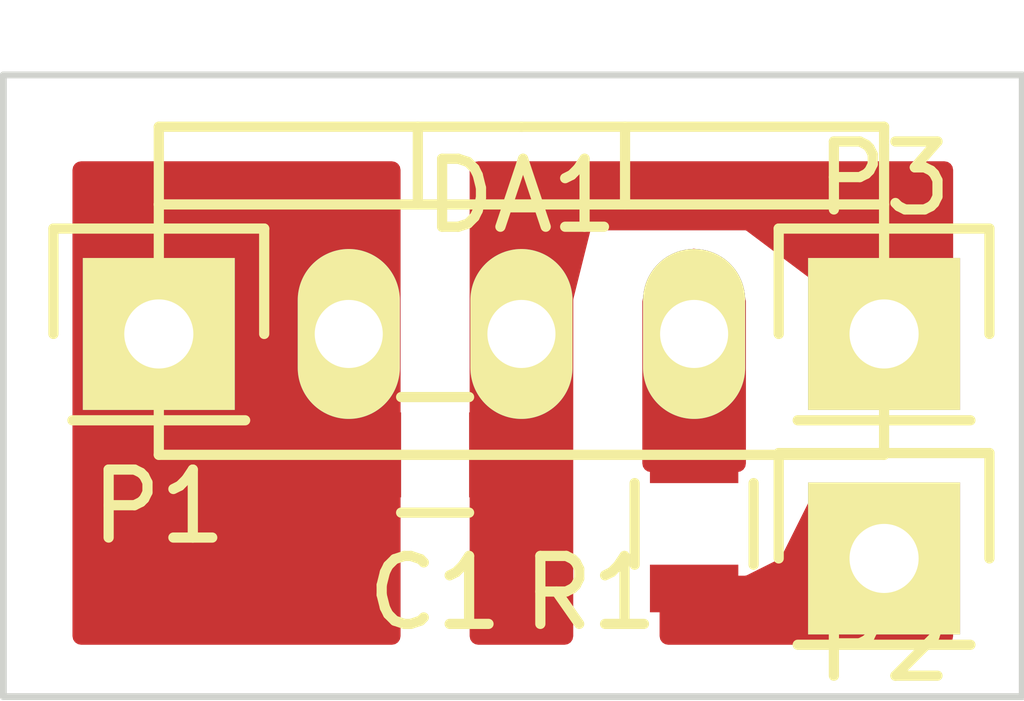
<source format=kicad_pcb>
(kicad_pcb (version 4) (host pcbnew 4.0.0~rc1a-stable)

  (general
    (links 6)
    (no_connects 0)
    (area 12.141999 12.141999 27.228001 21.386001)
    (thickness 1.6)
    (drawings 4)
    (tracks 13)
    (zones 0)
    (modules 6)
    (nets 5)
  )

  (page A4)
  (layers
    (0 F.Cu signal)
    (31 B.Cu signal)
    (32 B.Adhes user)
    (33 F.Adhes user)
    (34 B.Paste user)
    (35 F.Paste user)
    (36 B.SilkS user)
    (37 F.SilkS user)
    (38 B.Mask user)
    (39 F.Mask user)
    (40 Dwgs.User user)
    (41 Cmts.User user)
    (42 Eco1.User user)
    (43 Eco2.User user)
    (44 Edge.Cuts user)
    (45 Margin user)
    (46 B.CrtYd user)
    (47 F.CrtYd user)
    (48 B.Fab user)
    (49 F.Fab user)
  )

  (setup
    (last_trace_width 0.25)
    (trace_clearance 0.2)
    (zone_clearance 0)
    (zone_45_only no)
    (trace_min 0.2)
    (segment_width 0.2)
    (edge_width 0.1)
    (via_size 0.6)
    (via_drill 0.4)
    (via_min_size 0.4)
    (via_min_drill 0.3)
    (uvia_size 0.3)
    (uvia_drill 0.1)
    (uvias_allowed no)
    (uvia_min_size 0.2)
    (uvia_min_drill 0.1)
    (pcb_text_width 0.3)
    (pcb_text_size 1.5 1.5)
    (mod_edge_width 0.15)
    (mod_text_size 1 1)
    (mod_text_width 0.15)
    (pad_size 1.5 1.5)
    (pad_drill 0.6)
    (pad_to_mask_clearance 0)
    (aux_axis_origin 0 0)
    (visible_elements FFFFFF7F)
    (pcbplotparams
      (layerselection 0x00030_80000001)
      (usegerberextensions false)
      (excludeedgelayer true)
      (linewidth 0.100000)
      (plotframeref false)
      (viasonmask false)
      (mode 1)
      (useauxorigin false)
      (hpglpennumber 1)
      (hpglpenspeed 20)
      (hpglpendiameter 15)
      (hpglpenoverlay 2)
      (psnegative false)
      (psa4output false)
      (plotreference true)
      (plotvalue true)
      (plotinvisibletext false)
      (padsonsilk false)
      (subtractmaskfromsilk false)
      (outputformat 1)
      (mirror false)
      (drillshape 1)
      (scaleselection 1)
      (outputdirectory ""))
  )

  (net 0 "")
  (net 1 "Net-(C1-Pad1)")
  (net 2 "Net-(C1-Pad2)")
  (net 3 "Net-(DA1-Pad3)")
  (net 4 "Net-(P2-Pad1)")

  (net_class Default "This is the default net class."
    (clearance 0.2)
    (trace_width 0.25)
    (via_dia 0.6)
    (via_drill 0.4)
    (uvia_dia 0.3)
    (uvia_drill 0.1)
    (add_net "Net-(C1-Pad1)")
    (add_net "Net-(C1-Pad2)")
    (add_net "Net-(DA1-Pad3)")
    (add_net "Net-(P2-Pad1)")
  )

  (module Capacitors_SMD:C_0805 (layer F.Cu) (tedit 56A1509E) (tstamp 56A14C53)
    (at 18.542 17.78)
    (descr "Capacitor SMD 0805, reflow soldering, AVX (see smccp.pdf)")
    (tags "capacitor 0805")
    (path /56A13448)
    (attr smd)
    (fp_text reference C1 (at 0 2.032) (layer F.SilkS)
      (effects (font (size 1 1) (thickness 0.15)))
    )
    (fp_text value 0.1uF (at 0 2.1) (layer F.Fab)
      (effects (font (size 1 1) (thickness 0.15)))
    )
    (fp_line (start -1.8 -1) (end 1.8 -1) (layer F.CrtYd) (width 0.05))
    (fp_line (start -1.8 1) (end 1.8 1) (layer F.CrtYd) (width 0.05))
    (fp_line (start -1.8 -1) (end -1.8 1) (layer F.CrtYd) (width 0.05))
    (fp_line (start 1.8 -1) (end 1.8 1) (layer F.CrtYd) (width 0.05))
    (fp_line (start 0.5 -0.85) (end -0.5 -0.85) (layer F.SilkS) (width 0.15))
    (fp_line (start -0.5 0.85) (end 0.5 0.85) (layer F.SilkS) (width 0.15))
    (pad 1 smd rect (at -1 0) (size 1 1.25) (layers F.Cu F.Paste F.Mask)
      (net 1 "Net-(C1-Pad1)"))
    (pad 2 smd rect (at 1 0) (size 1 1.25) (layers F.Cu F.Paste F.Mask)
      (net 2 "Net-(C1-Pad2)"))
    (model Capacitors_SMD.3dshapes/C_0805.wrl
      (at (xyz 0 0 0))
      (scale (xyz 1 1 1))
      (rotate (xyz 0 0 0))
    )
  )

  (module TO_SOT_Packages_THT:TO-220_Neutral123_Vertical (layer F.Cu) (tedit 56A150DA) (tstamp 56A14C5A)
    (at 19.812 16.002)
    (descr "TO-220, Neutral, Vertical,")
    (tags "TO-220, Neutral, Vertical,")
    (path /56A14EB0)
    (fp_text reference DA1 (at 0 -2.032) (layer F.SilkS)
      (effects (font (size 1 1) (thickness 0.15)))
    )
    (fp_text value LM35_-_TO-220 (at 0 -4.064) (layer F.Fab)
      (effects (font (size 1 1) (thickness 0.15)))
    )
    (fp_line (start -1.524 -3.048) (end -1.524 -1.905) (layer F.SilkS) (width 0.15))
    (fp_line (start 1.524 -3.048) (end 1.524 -1.905) (layer F.SilkS) (width 0.15))
    (fp_line (start 5.334 -1.905) (end 5.334 1.778) (layer F.SilkS) (width 0.15))
    (fp_line (start 5.334 1.778) (end -5.334 1.778) (layer F.SilkS) (width 0.15))
    (fp_line (start -5.334 1.778) (end -5.334 -1.905) (layer F.SilkS) (width 0.15))
    (fp_line (start 5.334 -3.048) (end 5.334 -1.905) (layer F.SilkS) (width 0.15))
    (fp_line (start 5.334 -1.905) (end -5.334 -1.905) (layer F.SilkS) (width 0.15))
    (fp_line (start -5.334 -1.905) (end -5.334 -3.048) (layer F.SilkS) (width 0.15))
    (fp_line (start 0 -3.048) (end -5.334 -3.048) (layer F.SilkS) (width 0.15))
    (fp_line (start 0 -3.048) (end 5.334 -3.048) (layer F.SilkS) (width 0.15))
    (pad 2 thru_hole oval (at 0 0 90) (size 2.49936 1.50114) (drill 1.00076) (layers *.Cu *.Mask F.SilkS)
      (net 2 "Net-(C1-Pad2)"))
    (pad 1 thru_hole oval (at -2.54 0 90) (size 2.49936 1.50114) (drill 1.00076) (layers *.Cu *.Mask F.SilkS)
      (net 1 "Net-(C1-Pad1)"))
    (pad 3 thru_hole oval (at 2.54 0 90) (size 2.49936 1.50114) (drill 1.00076) (layers *.Cu *.Mask F.SilkS)
      (net 3 "Net-(DA1-Pad3)"))
    (model TO_SOT_Packages_THT.3dshapes/TO-220_Neutral123_Vertical.wrl
      (at (xyz 0 0 0))
      (scale (xyz 0.3937 0.3937 0.3937))
      (rotate (xyz 0 0 0))
    )
  )

  (module Pin_Headers:Pin_Header_Straight_1x01 (layer F.Cu) (tedit 56A150D3) (tstamp 56A14C5F)
    (at 14.478 16.002)
    (descr "Through hole pin header")
    (tags "pin header")
    (path /56A13A81)
    (fp_text reference P1 (at 0 2.54) (layer F.SilkS)
      (effects (font (size 1 1) (thickness 0.15)))
    )
    (fp_text value VCC (at 0 -3.1) (layer F.Fab)
      (effects (font (size 1 1) (thickness 0.15)))
    )
    (fp_line (start 1.55 -1.55) (end 1.55 0) (layer F.SilkS) (width 0.15))
    (fp_line (start -1.75 -1.75) (end -1.75 1.75) (layer F.CrtYd) (width 0.05))
    (fp_line (start 1.75 -1.75) (end 1.75 1.75) (layer F.CrtYd) (width 0.05))
    (fp_line (start -1.75 -1.75) (end 1.75 -1.75) (layer F.CrtYd) (width 0.05))
    (fp_line (start -1.75 1.75) (end 1.75 1.75) (layer F.CrtYd) (width 0.05))
    (fp_line (start -1.55 0) (end -1.55 -1.55) (layer F.SilkS) (width 0.15))
    (fp_line (start -1.55 -1.55) (end 1.55 -1.55) (layer F.SilkS) (width 0.15))
    (fp_line (start -1.27 1.27) (end 1.27 1.27) (layer F.SilkS) (width 0.15))
    (pad 1 thru_hole rect (at 0 0) (size 2.2352 2.2352) (drill 1.016) (layers *.Cu *.Mask F.SilkS)
      (net 1 "Net-(C1-Pad1)"))
    (model Pin_Headers.3dshapes/Pin_Header_Straight_1x01.wrl
      (at (xyz 0 0 0))
      (scale (xyz 1 1 1))
      (rotate (xyz 0 0 90))
    )
  )

  (module Pin_Headers:Pin_Header_Straight_1x01 (layer F.Cu) (tedit 56A150E1) (tstamp 56A14C64)
    (at 25.146 19.304)
    (descr "Through hole pin header")
    (tags "pin header")
    (path /56A1379F)
    (fp_text reference P2 (at 0 1.27) (layer F.SilkS)
      (effects (font (size 1 1) (thickness 0.15)))
    )
    (fp_text value OUT (at 0 -3.1) (layer F.Fab)
      (effects (font (size 1 1) (thickness 0.15)))
    )
    (fp_line (start 1.55 -1.55) (end 1.55 0) (layer F.SilkS) (width 0.15))
    (fp_line (start -1.75 -1.75) (end -1.75 1.75) (layer F.CrtYd) (width 0.05))
    (fp_line (start 1.75 -1.75) (end 1.75 1.75) (layer F.CrtYd) (width 0.05))
    (fp_line (start -1.75 -1.75) (end 1.75 -1.75) (layer F.CrtYd) (width 0.05))
    (fp_line (start -1.75 1.75) (end 1.75 1.75) (layer F.CrtYd) (width 0.05))
    (fp_line (start -1.55 0) (end -1.55 -1.55) (layer F.SilkS) (width 0.15))
    (fp_line (start -1.55 -1.55) (end 1.55 -1.55) (layer F.SilkS) (width 0.15))
    (fp_line (start -1.27 1.27) (end 1.27 1.27) (layer F.SilkS) (width 0.15))
    (pad 1 thru_hole rect (at 0 0) (size 2.2352 2.2352) (drill 1.016) (layers *.Cu *.Mask F.SilkS)
      (net 4 "Net-(P2-Pad1)"))
    (model Pin_Headers.3dshapes/Pin_Header_Straight_1x01.wrl
      (at (xyz 0 0 0))
      (scale (xyz 1 1 1))
      (rotate (xyz 0 0 90))
    )
  )

  (module Pin_Headers:Pin_Header_Straight_1x01 (layer F.Cu) (tedit 56A150E4) (tstamp 56A14C69)
    (at 25.146 16.002)
    (descr "Through hole pin header")
    (tags "pin header")
    (path /56A13BB7)
    (fp_text reference P3 (at 0 -2.286) (layer F.SilkS)
      (effects (font (size 1 1) (thickness 0.15)))
    )
    (fp_text value GND (at 0 -3.1) (layer F.Fab)
      (effects (font (size 1 1) (thickness 0.15)))
    )
    (fp_line (start 1.55 -1.55) (end 1.55 0) (layer F.SilkS) (width 0.15))
    (fp_line (start -1.75 -1.75) (end -1.75 1.75) (layer F.CrtYd) (width 0.05))
    (fp_line (start 1.75 -1.75) (end 1.75 1.75) (layer F.CrtYd) (width 0.05))
    (fp_line (start -1.75 -1.75) (end 1.75 -1.75) (layer F.CrtYd) (width 0.05))
    (fp_line (start -1.75 1.75) (end 1.75 1.75) (layer F.CrtYd) (width 0.05))
    (fp_line (start -1.55 0) (end -1.55 -1.55) (layer F.SilkS) (width 0.15))
    (fp_line (start -1.55 -1.55) (end 1.55 -1.55) (layer F.SilkS) (width 0.15))
    (fp_line (start -1.27 1.27) (end 1.27 1.27) (layer F.SilkS) (width 0.15))
    (pad 1 thru_hole rect (at 0 0) (size 2.2352 2.2352) (drill 1.016) (layers *.Cu *.Mask F.SilkS)
      (net 2 "Net-(C1-Pad2)"))
    (model Pin_Headers.3dshapes/Pin_Header_Straight_1x01.wrl
      (at (xyz 0 0 0))
      (scale (xyz 1 1 1))
      (rotate (xyz 0 0 90))
    )
  )

  (module Resistors_SMD:R_0805 (layer F.Cu) (tedit 56A150BA) (tstamp 56A14C6F)
    (at 22.352 18.796 90)
    (descr "Resistor SMD 0805, reflow soldering, Vishay (see dcrcw.pdf)")
    (tags "resistor 0805")
    (path /56A13578)
    (attr smd)
    (fp_text reference R1 (at -1.016 -1.524 180) (layer F.SilkS)
      (effects (font (size 1 1) (thickness 0.15)))
    )
    (fp_text value 2k (at 0 2.1 90) (layer F.Fab)
      (effects (font (size 1 1) (thickness 0.15)))
    )
    (fp_line (start -1.6 -1) (end 1.6 -1) (layer F.CrtYd) (width 0.05))
    (fp_line (start -1.6 1) (end 1.6 1) (layer F.CrtYd) (width 0.05))
    (fp_line (start -1.6 -1) (end -1.6 1) (layer F.CrtYd) (width 0.05))
    (fp_line (start 1.6 -1) (end 1.6 1) (layer F.CrtYd) (width 0.05))
    (fp_line (start 0.6 0.875) (end -0.6 0.875) (layer F.SilkS) (width 0.15))
    (fp_line (start -0.6 -0.875) (end 0.6 -0.875) (layer F.SilkS) (width 0.15))
    (pad 1 smd rect (at -0.95 0 90) (size 0.7 1.3) (layers F.Cu F.Paste F.Mask)
      (net 4 "Net-(P2-Pad1)"))
    (pad 2 smd rect (at 0.95 0 90) (size 0.7 1.3) (layers F.Cu F.Paste F.Mask)
      (net 3 "Net-(DA1-Pad3)"))
    (model Resistors_SMD.3dshapes/R_0805.wrl
      (at (xyz 0 0 0))
      (scale (xyz 1 1 1))
      (rotate (xyz 0 0 0))
    )
  )

  (gr_line (start 12.192 21.336) (end 12.192 12.192) (angle 90) (layer Edge.Cuts) (width 0.1))
  (gr_line (start 27.178 21.336) (end 12.192 21.336) (angle 90) (layer Edge.Cuts) (width 0.1))
  (gr_line (start 27.178 12.192) (end 27.178 21.336) (angle 90) (layer Edge.Cuts) (width 0.1))
  (gr_line (start 12.192 12.192) (end 27.178 12.192) (angle 90) (layer Edge.Cuts) (width 0.1))

  (segment (start 14.478 16.002) (end 17.272 16.002) (width 0.25) (layer F.Cu) (net 1))
  (segment (start 17.272 16.002) (end 17.542 16.272) (width 0.25) (layer F.Cu) (net 1) (tstamp 56A14DA6))
  (segment (start 17.542 16.272) (end 17.542 17.78) (width 0.25) (layer F.Cu) (net 1) (tstamp 56A14DA7))
  (segment (start 25.146 16.002) (end 25.146 15.494) (width 0.25) (layer F.Cu) (net 2))
  (segment (start 25.146 15.494) (end 23.876 14.224) (width 0.25) (layer F.Cu) (net 2) (tstamp 56A14DBA))
  (segment (start 23.876 14.224) (end 20.32 14.224) (width 0.25) (layer F.Cu) (net 2) (tstamp 56A14DBD))
  (segment (start 20.32 14.224) (end 19.812 14.732) (width 0.25) (layer F.Cu) (net 2) (tstamp 56A14DC0))
  (segment (start 19.812 14.732) (end 19.812 16.002) (width 0.25) (layer F.Cu) (net 2) (tstamp 56A14DC1))
  (segment (start 19.812 16.002) (end 19.542 16.272) (width 0.25) (layer F.Cu) (net 2) (tstamp 56A14DC3))
  (segment (start 19.542 16.272) (end 19.542 17.78) (width 0.25) (layer F.Cu) (net 2) (tstamp 56A14DC6))
  (segment (start 22.352 16.002) (end 22.352 17.846) (width 0.25) (layer F.Cu) (net 3))
  (segment (start 22.352 19.746) (end 24.704 19.746) (width 0.25) (layer F.Cu) (net 4))
  (segment (start 24.704 19.746) (end 25.146 19.304) (width 0.25) (layer F.Cu) (net 4) (tstamp 56A14DCD))

  (zone (net 1) (net_name "Net-(C1-Pad1)") (layer F.Cu) (tstamp 56A14F2E) (hatch edge 0.508)
    (connect_pads yes (clearance 0))
    (min_thickness 0.254)
    (fill yes (arc_segments 16) (thermal_gap 0.508) (thermal_bridge_width 0.508))
    (polygon
      (pts
        (xy 18.034 20.574) (xy 13.208 20.574) (xy 13.208 13.462) (xy 18.034 13.462) (xy 18.034 20.574)
      )
    )
    (filled_polygon
      (pts
        (xy 17.907 20.447) (xy 13.335 20.447) (xy 13.335 13.589) (xy 17.907 13.589)
      )
    )
  )
  (zone (net 3) (net_name "Net-(DA1-Pad3)") (layer F.Cu) (tstamp 56A14F58) (hatch edge 0.508)
    (connect_pads yes (clearance 0))
    (min_thickness 0.254)
    (fill yes (arc_segments 16) (thermal_gap 0.508) (thermal_bridge_width 0.508))
    (polygon
      (pts
        (xy 21.59 18.034) (xy 21.59 15.494) (xy 21.844 14.986) (xy 22.352 14.732) (xy 22.86 14.986)
        (xy 23.114 15.494) (xy 23.114 18.034) (xy 22.098 18.034)
      )
    )
    (filled_polygon
      (pts
        (xy 22.76534 15.08066) (xy 22.987 15.52398) (xy 22.987 17.907) (xy 21.717 17.907) (xy 21.717 15.52398)
        (xy 21.93866 15.08066) (xy 22.352 14.87399)
      )
    )
  )
  (zone (net 4) (net_name "Net-(P2-Pad1)") (layer F.Cu) (tstamp 56A14F83) (hatch edge 0.508)
    (connect_pads yes (clearance 0))
    (min_thickness 0.254)
    (fill yes (arc_segments 16) (thermal_gap 0.508) (thermal_bridge_width 0.508))
    (polygon
      (pts
        (xy 26.162 20.574) (xy 21.844 20.574) (xy 21.844 19.558) (xy 23.114 19.558) (xy 23.622 19.304)
        (xy 24.13 18.288) (xy 26.162 18.288) (xy 26.162 20.574)
      )
    )
    (filled_polygon
      (pts
        (xy 26.035 20.447) (xy 21.971 20.447) (xy 21.971 19.685) (xy 23.114 19.685) (xy 23.170796 19.671592)
        (xy 23.678796 19.417592) (xy 23.718515 19.386546) (xy 23.735592 19.360796) (xy 24.20849 18.415) (xy 26.035 18.415)
      )
    )
  )
  (zone (net 2) (net_name "Net-(C1-Pad2)") (layer F.Cu) (tstamp 56A14FC1) (hatch edge 0.508)
    (connect_pads yes (clearance 0))
    (min_thickness 0.254)
    (fill yes (arc_segments 16) (thermal_gap 0.508) (thermal_bridge_width 0.508))
    (polygon
      (pts
        (xy 26.162 17.018) (xy 24.13 17.018) (xy 24.13 15.24) (xy 23.114 14.478) (xy 20.828 14.478)
        (xy 20.574 15.494) (xy 20.574 20.574) (xy 19.05 20.574) (xy 19.05 13.462) (xy 26.162 13.462)
        (xy 26.162 17.018)
      )
    )
    (filled_polygon
      (pts
        (xy 26.035 16.891) (xy 24.257 16.891) (xy 24.257 15.24) (xy 24.246994 15.19059) (xy 24.2062 15.1384)
        (xy 23.1902 14.3764) (xy 23.144668 14.354759) (xy 23.114 14.351) (xy 20.828 14.351) (xy 20.77859 14.361006)
        (xy 20.736965 14.389447) (xy 20.704792 14.447198) (xy 20.450792 15.463198) (xy 20.447 15.494) (xy 20.447 20.447)
        (xy 19.177 20.447) (xy 19.177 13.589) (xy 26.035 13.589)
      )
    )
  )
)

</source>
